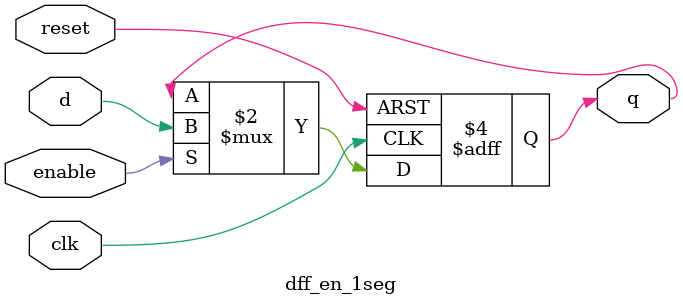
<source format=v>
module dff_en_1seg(
    input wire clk, d, reset, enable,
    output reg q
    );
    
    always @(posedge clk, posedge reset)
        if (reset)
            q <= 1'b0;
        else if (enable)
            q <= d;
        //  no else statement needed afterwards. According to Verilog a variable keeps its previous
        //  value if it is not assigned
  
endmodule

</source>
